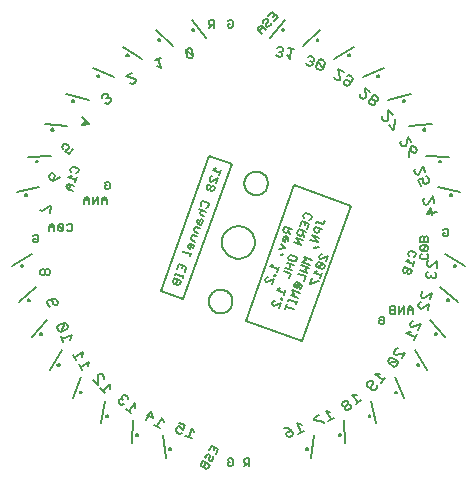
<source format=gbo>
%FSTAX23Y23*%
%MOIN*%
%SFA1B1*%

%IPPOS*%
%ADD11C,0.008000*%
%ADD12C,0.007000*%
%ADD14C,0.005000*%
%ADD15C,0.006000*%
%LNaltium_eib_128_panel-1*%
%LPD*%
G54D11*
X01259Y02122D02*
X01259Y0212D01*
X01259Y0212*
X0126Y02119*
X01261Y02118*
X01262Y02118*
X01263Y02119*
X01264Y02119*
X01265Y0212*
X01265Y02121*
Y02122*
X01265Y02123D02*
X01265Y02122D01*
X01264Y02124D02*
X01265Y02123D01*
X01263Y02125D02*
X01264Y02124D01*
X01262Y02125D02*
X01263Y02125D01*
X01261Y02125D02*
X01262Y02125D01*
X0126Y02124D02*
X01261Y02125D01*
X01259Y02124D02*
X0126Y02124D01*
X01259Y02123D02*
X01259Y02124D01*
X01259Y02122D02*
X01259Y02123D01*
X01145Y02087D02*
X01145Y02086D01*
X01146Y02085*
X01146Y02085*
X01147Y02084*
X01148Y02084*
X01149Y02084*
X0115Y02085*
X01151Y02086*
X01151Y02087*
Y02088*
X01151Y02089D02*
X01151Y02088D01*
X0115Y0209D02*
X01151Y02089D01*
X01149Y0209D02*
X0115Y0209D01*
X01148Y02091D02*
X01149Y0209D01*
X01147Y02091D02*
X01148Y02091D01*
X01146Y0209D02*
X01147Y02091D01*
X01146Y02089D02*
X01146Y0209D01*
X01145Y02089D02*
X01146Y02089D01*
X01145Y02087D02*
X01145Y02089D01*
X01039Y02036D02*
X01039Y02035D01*
X0104Y02034*
X01041Y02033*
X01042Y02033*
X01043Y02033*
X01044Y02033*
X01045Y02034*
X01045Y02034*
X01046Y02035*
Y02036*
X01045Y02038D02*
X01046Y02036D01*
X01045Y02038D02*
X01045Y02038D01*
X01044Y02039D02*
X01045Y02038D01*
X01043Y02039D02*
X01044Y02039D01*
X01042Y02039D02*
X01043Y02039D01*
X01041Y02039D02*
X01042Y02039D01*
X0104Y02038D02*
X01041Y02039D01*
X01039Y02037D02*
X0104Y02038D01*
X01039Y02036D02*
X01039Y02037D01*
X00942Y01967D02*
X00942Y01966D01*
X00943Y01965*
X00944Y01964*
X00945Y01964*
X00946Y01964*
X00947Y01964*
X00948Y01965*
X00948Y01966*
X00949Y01967*
Y01968*
X00948Y01969D02*
X00949Y01968D01*
X00948Y0197D02*
X00948Y01969D01*
X00947Y0197D02*
X00948Y0197D01*
X00946Y01971D02*
X00947Y0197D01*
X00945Y0197D02*
X00946Y01971D01*
X00944Y0197D02*
X00945Y0197D01*
X00943Y01969D02*
X00944Y0197D01*
X00942Y01968D02*
X00943Y01969D01*
X00942Y01967D02*
X00942Y01968D01*
X00858Y01884D02*
X00858Y01882D01*
X00858Y01882*
X00859Y01881*
X0086Y0188*
X00861Y0188*
X00862Y01881*
X00863Y01881*
X00864Y01882*
X00864Y01883*
Y01884*
X00864Y01885D02*
X00864Y01884D01*
X00863Y01886D02*
X00864Y01885D01*
X00862Y01887D02*
X00863Y01886D01*
X00861Y01887D02*
X00862Y01887D01*
X0086Y01887D02*
X00861Y01887D01*
X00859Y01886D02*
X0086Y01887D01*
X00858Y01886D02*
X00859Y01886D01*
X00858Y01885D02*
X00858Y01886D01*
X00858Y01884D02*
X00858Y01885D01*
X00789Y01788D02*
X00789Y01787D01*
X0079Y01786*
X0079Y01786*
X00791Y01785*
X00792Y01785*
X00793Y01785*
X00794Y01786*
X00795Y01787*
X00795Y01788*
Y01789*
X00795Y0179D02*
X00795Y01789D01*
X00794Y01791D02*
X00795Y0179D01*
X00793Y01791D02*
X00794Y01791D01*
X00792Y01792D02*
X00793Y01791D01*
X00791Y01792D02*
X00792Y01792D01*
X0079Y01791D02*
X00791Y01792D01*
X0079Y0179D02*
X0079Y01791D01*
X00789Y01789D02*
X0079Y0179D01*
X00789Y01788D02*
X00789Y01789D01*
X00736Y01682D02*
X00736Y01681D01*
X00736Y0168*
X00737Y01679*
X00738Y01679*
X00739Y01679*
X0074Y01679*
X00741Y0168*
X00742Y0168*
X00742Y01682*
Y01683*
X00742Y01684D02*
X00742Y01683D01*
X00741Y01684D02*
X00742Y01684D01*
X0074Y01685D02*
X00741Y01684D01*
X00739Y01685D02*
X0074Y01685D01*
X00738Y01685D02*
X00739Y01685D01*
X00737Y01685D02*
X00738Y01685D01*
X00736Y01684D02*
X00737Y01685D01*
X00736Y01683D02*
X00736Y01684D01*
X00736Y01682D02*
X00736Y01683D01*
X00701Y0157D02*
X00701Y01569D01*
X00702Y01568*
X00702Y01567*
X00703Y01567*
X00705Y01566*
X00706Y01567*
X00706Y01567*
X00707Y01568*
X00708Y01569*
Y0157*
X00707Y01571D02*
X00708Y0157D01*
X00706Y01572D02*
X00707Y01571D01*
X00706Y01573D02*
X00706Y01572D01*
X00705Y01573D02*
X00706Y01573D01*
X00703Y01573D02*
X00705Y01573D01*
X00702Y01573D02*
X00703Y01573D01*
X00702Y01572D02*
X00702Y01573D01*
X00701Y01571D02*
X00702Y01572D01*
X00701Y0157D02*
X00701Y01571D01*
X00688Y01334D02*
X00688Y01333D01*
X00688Y01332*
X00689Y01332*
X0069Y01331*
X00691Y01331*
X00692Y01331*
X00693Y01332*
X00694Y01333*
X00694Y01334*
Y01335*
X00694Y01336D02*
X00694Y01335D01*
X00693Y01337D02*
X00694Y01336D01*
X00692Y01337D02*
X00693Y01337D01*
X00691Y01338D02*
X00692Y01337D01*
X0069Y01338D02*
X00691Y01338D01*
X00689Y01337D02*
X0069Y01338D01*
X00688Y01336D02*
X00689Y01337D01*
X00688Y01336D02*
X00688Y01336D01*
X00688Y01334D02*
X00688Y01336D01*
X0071Y01219D02*
X0071Y01218D01*
X0071Y01217*
X00711Y01216*
X00712Y01216*
X00713Y01216*
X00714Y01216*
X00715Y01217*
X00716Y01217*
X00716Y01218*
Y01219*
X00716Y01221D02*
X00716Y01219D01*
X00715Y01221D02*
X00716Y01221D01*
X00714Y01222D02*
X00715Y01221D01*
X00713Y01222D02*
X00714Y01222D01*
X00712Y01222D02*
X00713Y01222D01*
X00711Y01222D02*
X00712Y01222D01*
X0071Y01221D02*
X00711Y01222D01*
X0071Y0122D02*
X0071Y01221D01*
X0071Y01219D02*
X0071Y0122D01*
X00751Y01107D02*
X00751Y01106D01*
X00751Y01105*
X00752Y01105*
X00753Y01104*
X00754Y01104*
X00755Y01104*
X00756Y01105*
X00757Y01106*
X00757Y01107*
Y01108*
X00757Y01109D02*
X00757Y01108D01*
X00756Y0111D02*
X00757Y01109D01*
X00755Y0111D02*
X00756Y0111D01*
X00754Y01111D02*
X00755Y0111D01*
X00753Y01111D02*
X00754Y01111D01*
X00752Y0111D02*
X00753Y01111D01*
X00751Y01109D02*
X00752Y0111D01*
X00751Y01108D02*
X00751Y01109D01*
X00751Y01107D02*
X00751Y01108D01*
X00809Y01004D02*
X00809Y01003D01*
X0081Y01002*
X00811Y01001*
X00812Y01001*
X00813Y01001*
X00814Y01001*
X00815Y01002*
X00815Y01002*
X00816Y01003*
Y01004*
X00815Y01006D02*
X00816Y01004D01*
X00815Y01006D02*
X00815Y01006D01*
X00814Y01007D02*
X00815Y01006D01*
X00813Y01007D02*
X00814Y01007D01*
X00812Y01007D02*
X00813Y01007D01*
X00811Y01007D02*
X00812Y01007D01*
X0081Y01006D02*
X00811Y01007D01*
X00809Y01005D02*
X0081Y01006D01*
X00809Y01004D02*
X00809Y01005D01*
X00883Y00912D02*
X00883Y00911D01*
X00884Y0091*
X00885Y0091*
X00886Y00909*
X00887Y00909*
X00888Y00909*
X00889Y0091*
X00889Y00911*
X0089Y00912*
Y00913*
X00889Y00914D02*
X0089Y00913D01*
X00889Y00915D02*
X00889Y00914D01*
X00888Y00915D02*
X00889Y00915D01*
X00887Y00916D02*
X00888Y00915D01*
X00886Y00916D02*
X00887Y00916D01*
X00885Y00915D02*
X00886Y00916D01*
X00884Y00914D02*
X00885Y00915D01*
X00883Y00914D02*
X00884Y00914D01*
X00883Y00912D02*
X00883Y00914D01*
X00972Y00833D02*
X00972Y00832D01*
X00972Y00831*
X00973Y00831*
X00974Y0083*
X00975Y0083*
X00976Y0083*
X00977Y00831*
X00978Y00832*
X00978Y00833*
Y00834*
X00978Y00835D02*
X00978Y00834D01*
X00977Y00836D02*
X00978Y00835D01*
X00976Y00836D02*
X00977Y00836D01*
X00975Y00837D02*
X00976Y00836D01*
X00974Y00837D02*
X00975Y00837D01*
X00973Y00836D02*
X00974Y00837D01*
X00972Y00835D02*
X00973Y00836D01*
X00972Y00834D02*
X00972Y00835D01*
X00972Y00833D02*
X00972Y00834D01*
X01071Y0077D02*
X01071Y00769D01*
X01072Y00768*
X01073Y00768*
X01074Y00767*
X01075Y00767*
X01076Y00767*
X01077Y00768*
X01077Y00769*
X01078Y0077*
Y00771*
X01077Y00772D02*
X01078Y00771D01*
X01077Y00773D02*
X01077Y00772D01*
X01076Y00773D02*
X01077Y00773D01*
X01075Y00774D02*
X01076Y00773D01*
X01074Y00774D02*
X01075Y00774D01*
X01073Y00773D02*
X01074Y00774D01*
X01072Y00772D02*
X01073Y00773D01*
X01071Y00771D02*
X01072Y00772D01*
X01071Y0077D02*
X01071Y00771D01*
X0118Y00724D02*
X01181Y00723D01*
X01181Y00722*
X01182Y00721*
X01183Y00721*
X01184Y0072*
X01185Y00721*
X01186Y00721*
X01187Y00722*
X01187Y00723*
Y00724*
X01187Y00725D02*
X01187Y00724D01*
X01186Y00726D02*
X01187Y00725D01*
X01185Y00727D02*
X01186Y00726D01*
X01184Y00727D02*
X01185Y00727D01*
X01183Y00727D02*
X01184Y00727D01*
X01182Y00727D02*
X01183Y00727D01*
X01181Y00726D02*
X01182Y00727D01*
X01181Y00725D02*
X01181Y00726D01*
X0118Y00724D02*
X01181Y00725D01*
X01637Y00724D02*
X01637Y00723D01*
X01638Y00722*
X01639Y00721*
X0164Y00721*
X01641Y0072*
X01642Y00721*
X01643Y00721*
X01643Y00722*
X01644Y00723*
Y00724*
X01643Y00725D02*
X01644Y00724D01*
X01643Y00726D02*
X01643Y00725D01*
X01642Y00727D02*
X01643Y00726D01*
X01641Y00727D02*
X01642Y00727D01*
X0164Y00727D02*
X01641Y00727D01*
X01639Y00727D02*
X0164Y00727D01*
X01638Y00726D02*
X01639Y00727D01*
X01637Y00725D02*
X01638Y00726D01*
X01637Y00724D02*
X01637Y00725D01*
X01746Y0077D02*
X01747Y00769D01*
X01747Y00768*
X01748Y00768*
X01749Y00767*
X0175Y00767*
X01751Y00767*
X01752Y00768*
X01753Y00769*
X01753Y0077*
Y00771*
X01753Y00772D02*
X01753Y00771D01*
X01752Y00773D02*
X01753Y00772D01*
X01751Y00773D02*
X01752Y00773D01*
X0175Y00774D02*
X01751Y00773D01*
X01749Y00774D02*
X0175Y00774D01*
X01748Y00773D02*
X01749Y00774D01*
X01747Y00772D02*
X01748Y00773D01*
X01747Y00771D02*
X01747Y00772D01*
X01746Y0077D02*
X01747Y00771D01*
X01846Y00833D02*
X01846Y00832D01*
X01846Y00831*
X01847Y00831*
X01848Y0083*
X01849Y0083*
X0185Y0083*
X01851Y00831*
X01852Y00832*
X01852Y00833*
Y00834*
X01852Y00835D02*
X01852Y00834D01*
X01851Y00836D02*
X01852Y00835D01*
X0185Y00836D02*
X01851Y00836D01*
X01849Y00837D02*
X0185Y00836D01*
X01848Y00837D02*
X01849Y00837D01*
X01847Y00836D02*
X01848Y00837D01*
X01846Y00835D02*
X01847Y00836D01*
X01846Y00834D02*
X01846Y00835D01*
X01846Y00833D02*
X01846Y00834D01*
X01934Y00912D02*
X01935Y00911D01*
X01935Y0091*
X01936Y0091*
X01937Y00909*
X01938Y00909*
X01939Y00909*
X0194Y0091*
X01941Y00911*
X01941Y00912*
Y00913*
X01941Y00914D02*
X01941Y00913D01*
X0194Y00915D02*
X01941Y00914D01*
X01939Y00915D02*
X0194Y00915D01*
X01938Y00916D02*
X01939Y00915D01*
X01937Y00916D02*
X01938Y00916D01*
X01936Y00915D02*
X01937Y00916D01*
X01935Y00914D02*
X01936Y00915D01*
X01935Y00914D02*
X01935Y00914D01*
X01934Y00912D02*
X01935Y00914D01*
X02008Y01004D02*
X02008Y01003D01*
X02009Y01002*
X0201Y01001*
X02011Y01001*
X02012Y01001*
X02013Y01001*
X02014Y01002*
X02014Y01002*
X02015Y01003*
Y01004*
X02014Y01006D02*
X02015Y01004D01*
X02014Y01006D02*
X02014Y01006D01*
X02013Y01007D02*
X02014Y01006D01*
X02012Y01007D02*
X02013Y01007D01*
X02011Y01007D02*
X02012Y01007D01*
X0201Y01007D02*
X02011Y01007D01*
X02009Y01006D02*
X0201Y01007D01*
X02008Y01005D02*
X02009Y01006D01*
X02008Y01004D02*
X02008Y01005D01*
X02067Y01107D02*
X02067Y01106D01*
X02068Y01105*
X02068Y01105*
X02069Y01104*
X0207Y01104*
X02071Y01104*
X02072Y01105*
X02073Y01106*
X02073Y01107*
Y01108*
X02073Y01109D02*
X02073Y01108D01*
X02072Y0111D02*
X02073Y01109D01*
X02071Y0111D02*
X02072Y0111D01*
X0207Y01111D02*
X02071Y0111D01*
X02069Y01111D02*
X0207Y01111D01*
X02068Y0111D02*
X02069Y01111D01*
X02068Y01109D02*
X02068Y0111D01*
X02067Y01108D02*
X02068Y01109D01*
X02067Y01107D02*
X02067Y01108D01*
X02108Y01219D02*
X02108Y01218D01*
X02108Y01217*
X02109Y01216*
X0211Y01216*
X02111Y01216*
X02112Y01216*
X02113Y01217*
X02114Y01217*
X02114Y01218*
Y01219*
X02114Y01221D02*
X02114Y01219D01*
X02113Y01221D02*
X02114Y01221D01*
X02112Y01222D02*
X02113Y01221D01*
X02111Y01222D02*
X02112Y01222D01*
X0211Y01222D02*
X02111Y01222D01*
X02109Y01222D02*
X0211Y01222D01*
X02108Y01221D02*
X02109Y01222D01*
X02108Y0122D02*
X02108Y01221D01*
X02108Y01219D02*
X02108Y0122D01*
X0213Y01334D02*
X0213Y01333D01*
X0213Y01332*
X02131Y01332*
X02132Y01331*
X02133Y01331*
X02134Y01331*
X02135Y01332*
X02136Y01333*
X02136Y01334*
Y01335*
X02136Y01336D02*
X02136Y01335D01*
X02135Y01337D02*
X02136Y01336D01*
X02134Y01337D02*
X02135Y01337D01*
X02133Y01338D02*
X02134Y01337D01*
X02132Y01338D02*
X02133Y01338D01*
X02131Y01337D02*
X02132Y01338D01*
X0213Y01336D02*
X02131Y01337D01*
X0213Y01336D02*
X0213Y01336D01*
X0213Y01334D02*
X0213Y01336D01*
X02117Y0157D02*
X02117Y01569D01*
X02117Y01568*
X02118Y01567*
X02119Y01567*
X0212Y01566*
X02121Y01567*
X02122Y01567*
X02123Y01568*
X02123Y01569*
Y0157*
X02123Y01571D02*
X02123Y0157D01*
X02122Y01572D02*
X02123Y01571D01*
X02121Y01573D02*
X02122Y01572D01*
X0212Y01573D02*
X02121Y01573D01*
X02119Y01573D02*
X0212Y01573D01*
X02118Y01573D02*
X02119Y01573D01*
X02117Y01572D02*
X02118Y01573D01*
X02117Y01571D02*
X02117Y01572D01*
X02117Y0157D02*
X02117Y01571D01*
X02082Y01682D02*
X02082Y01681D01*
X02082Y0168*
X02083Y01679*
X02084Y01679*
X02085Y01679*
X02086Y01679*
X02087Y0168*
X02088Y0168*
X02088Y01682*
Y01683*
X02088Y01684D02*
X02088Y01683D01*
X02087Y01684D02*
X02088Y01684D01*
X02086Y01685D02*
X02087Y01684D01*
X02085Y01685D02*
X02086Y01685D01*
X02084Y01685D02*
X02085Y01685D01*
X02083Y01685D02*
X02084Y01685D01*
X02082Y01684D02*
X02083Y01685D01*
X02082Y01683D02*
X02082Y01684D01*
X02082Y01682D02*
X02082Y01683D01*
X02029Y01788D02*
X02029Y01787D01*
X02029Y01786*
X0203Y01786*
X02031Y01785*
X02032Y01785*
X02033Y01785*
X02034Y01786*
X02035Y01787*
X02035Y01788*
Y01789*
X02035Y0179D02*
X02035Y01789D01*
X02034Y01791D02*
X02035Y0179D01*
X02033Y01791D02*
X02034Y01791D01*
X02032Y01792D02*
X02033Y01791D01*
X02031Y01792D02*
X02032Y01792D01*
X0203Y01791D02*
X02031Y01792D01*
X02029Y0179D02*
X0203Y01791D01*
X02029Y01789D02*
X02029Y0179D01*
X02029Y01788D02*
X02029Y01789D01*
X0196Y01884D02*
X0196Y01882D01*
X0196Y01882*
X01961Y01881*
X01962Y0188*
X01963Y0188*
X01964Y01881*
X01965Y01881*
X01966Y01882*
X01966Y01883*
Y01884*
X01966Y01885D02*
X01966Y01884D01*
X01965Y01886D02*
X01966Y01885D01*
X01964Y01887D02*
X01965Y01886D01*
X01963Y01887D02*
X01964Y01887D01*
X01962Y01887D02*
X01963Y01887D01*
X01961Y01886D02*
X01962Y01887D01*
X0196Y01886D02*
X01961Y01886D01*
X0196Y01885D02*
X0196Y01886D01*
X0196Y01884D02*
X0196Y01885D01*
X01875Y01967D02*
X01875Y01966D01*
X01876Y01965*
X01877Y01964*
X01878Y01964*
X01879Y01964*
X0188Y01964*
X01881Y01965*
X01881Y01966*
X01882Y01967*
Y01968*
X01881Y01969D02*
X01882Y01968D01*
X01881Y0197D02*
X01881Y01969D01*
X0188Y0197D02*
X01881Y0197D01*
X01879Y01971D02*
X0188Y0197D01*
X01878Y0197D02*
X01879Y01971D01*
X01877Y0197D02*
X01878Y0197D01*
X01876Y01969D02*
X01877Y0197D01*
X01875Y01968D02*
X01876Y01969D01*
X01875Y01967D02*
X01875Y01968D01*
X01778Y02036D02*
X01779Y02035D01*
X01779Y02034*
X0178Y02033*
X01781Y02033*
X01782Y02033*
X01783Y02033*
X01784Y02034*
X01785Y02034*
X01785Y02035*
Y02036*
X01785Y02038D02*
X01785Y02036D01*
X01784Y02038D02*
X01785Y02038D01*
X01783Y02039D02*
X01784Y02038D01*
X01782Y02039D02*
X01783Y02039D01*
X01781Y02039D02*
X01782Y02039D01*
X0178Y02039D02*
X01781Y02039D01*
X01779Y02038D02*
X0178Y02039D01*
X01779Y02037D02*
X01779Y02038D01*
X01778Y02036D02*
X01779Y02037D01*
X01673Y02087D02*
X01673Y02086D01*
X01673Y02085*
X01674Y02085*
X01675Y02084*
X01676Y02084*
X01677Y02084*
X01678Y02085*
X01679Y02086*
X01679Y02087*
Y02088*
X01679Y02089D02*
X01679Y02088D01*
X01678Y0209D02*
X01679Y02089D01*
X01677Y0209D02*
X01678Y0209D01*
X01676Y02091D02*
X01677Y0209D01*
X01675Y02091D02*
X01676Y02091D01*
X01674Y0209D02*
X01675Y02091D01*
X01673Y02089D02*
X01674Y0209D01*
X01673Y02089D02*
X01673Y02089D01*
X01673Y02087D02*
X01673Y02089D01*
X01559Y02122D02*
X01559Y0212D01*
X0156Y0212*
X0156Y02119*
X01561Y02118*
X01562Y02118*
X01563Y02119*
X01564Y02119*
X01565Y0212*
X01565Y02121*
Y02122*
X01565Y02123D02*
X01565Y02122D01*
X01564Y02124D02*
X01565Y02123D01*
X01563Y02125D02*
X01564Y02124D01*
X01562Y02125D02*
X01563Y02125D01*
X01561Y02125D02*
X01562Y02125D01*
X0156Y02124D02*
X01561Y02125D01*
X0156Y02124D02*
X0156Y02124D01*
X01559Y02123D02*
X0156Y02124D01*
X01559Y02122D02*
X01559Y02123D01*
G54D12*
X02042Y01506D02*
X02074Y01514D01*
X02042Y01506D02*
X02053Y01526D01*
X02059Y01505*
X0206Y01566D02*
X02065Y01544D01*
X02044Y01539D02*
X0206Y01566D01*
X02039Y01537D02*
X02044Y01539D01*
X02032Y01541D02*
X02039Y01537D01*
X02029Y01552D02*
X02032Y01541D01*
X02029Y01552D02*
X02033Y01559D01*
X02012Y01621D02*
X02021Y01601D01*
X02012Y01621D02*
X02027Y01628D01*
X02026Y01616D02*
X02027Y01628D01*
X02026Y01616D02*
X02028Y01611D01*
X02036Y01608*
X02046Y01613*
X02048Y0162*
X02044Y0163D02*
X02048Y0162D01*
X02037Y01633D02*
X02044Y0163D01*
X02026Y01668D02*
X02035Y01648D01*
X02015Y01639D02*
X02026Y01668D01*
X0201Y01637D02*
X02015Y01639D01*
X02003Y0164D02*
X0201Y01637D01*
X01999Y0165D02*
X02003Y0164D01*
X01999Y0165D02*
X02001Y01657D01*
X0198Y0171D02*
X01982Y01698D01*
X0198Y0171D02*
X01983Y01725D01*
X01992Y01732*
X01983Y01725D02*
X01992Y01712D01*
X02Y0171*
X02004Y01713*
X02006Y01721*
X02Y0173D02*
X02006Y01721D01*
X01992Y01732D02*
X02Y0173D01*
X01976Y01765D02*
X01989Y01747D01*
X0197Y01735D02*
X01976Y01765D01*
X01966Y01732D02*
X0197Y01735D01*
X01958Y01733D02*
X01966Y01732D01*
X01952Y01742D02*
X01958Y01733D01*
X01952Y01742D02*
X01953Y0175D01*
X01913Y01802D02*
X01928Y01786D01*
X01932Y0179*
X01933Y01821*
X01937Y01825*
X01912Y01852D02*
X01927Y01836D01*
X01891Y01825D02*
X01892Y01833D01*
X01891Y01825D02*
X01899Y01817D01*
X01907Y01817*
X01911Y01821*
X01912Y01852*
X01866Y01882D02*
X01867Y01874D01*
X01863Y0187D02*
X01867Y01874D01*
X01856Y01869D02*
X01863Y0187D01*
X01847Y01876D02*
X01856Y01869D01*
X01846Y01883D02*
X01847Y01876D01*
X01846Y01883D02*
X01849Y01888D01*
X01857Y01889*
X01859Y01901D02*
X01867Y01902D01*
X01876Y01895*
X01877Y01887*
X01873Y01883D02*
X01877Y01887D01*
X01866Y01882D02*
X01873Y01883D01*
X01857Y01889D02*
X01866Y01882D01*
X01856Y01896D02*
X01857Y01889D01*
X01856Y01896D02*
X01859Y01901D01*
X01833Y01928D02*
X01851Y01914D01*
X01816Y01906D02*
X01818Y01898D01*
X01826Y01891*
X01834Y01892*
X01837Y01897*
X01833Y01928D02*
X01837Y01897D01*
X01773Y01955D02*
X01788Y01947D01*
X01766Y01953D02*
X01773Y01955D01*
X01763Y01948D02*
X01766Y01953D01*
X01763Y01948D02*
X01765Y0194D01*
X01775Y01935*
X01782Y01937*
X01793Y01957*
X0179Y01964D02*
X01793Y01957D01*
X01781Y01969D02*
X0179Y01964D01*
X01773Y01967D02*
X01781Y01969D01*
X01743Y01989D02*
X01763Y01979D01*
X01743Y01989D02*
X01752Y0196D01*
X0175Y01955D02*
X01752Y0196D01*
X01742Y01952D02*
X0175Y01955D01*
X01733Y01958D02*
X01742Y01952D01*
X0173Y01965D02*
X01733Y01958D01*
X01686Y01987D02*
X01693Y0199D01*
X01675Y0199D02*
X01686Y01987D01*
X01672Y01997D02*
X01675Y0199D01*
X01679Y02018D02*
X01686Y02022D01*
X01696Y02018*
X017Y02011*
X01693Y0199D02*
X017Y02011D01*
X01679Y02018D02*
X01693Y0199D01*
X01672Y01997D02*
X01679Y02018D01*
X01637Y02009D02*
X0164Y02002D01*
X01651Y01999*
X01658Y02002*
X0166Y02007*
X01656Y02014D02*
X0166Y02007D01*
X01651Y02016D02*
X01656Y02014D01*
X01663Y02018*
X01665Y02023*
X01661Y0203D02*
X01665Y02023D01*
X01651Y02034D02*
X01661Y0203D01*
X01644Y0203D02*
X01651Y02034D01*
X01577Y02059D02*
X01599Y02056D01*
X01583Y02025D02*
X01588Y02057D01*
X01574Y02037D02*
X01583Y02025D01*
X01549Y02047D02*
X01554Y02046D01*
X0154Y0206D02*
X01546Y02064D01*
X01557Y02062*
X01562Y02056*
X01561Y02051D02*
X01562Y02056D01*
X01554Y02046D02*
X01561Y02051D01*
X01554Y02046D02*
X01559Y0204D01*
X01558Y02034D02*
X01559Y0204D01*
X01552Y0203D02*
X01558Y02034D01*
X01541Y02032D02*
X01552Y0203D01*
X01536Y02038D02*
X01541Y02032D01*
X01237Y02052D02*
X0124Y0203D01*
X01258Y02055D02*
X01262Y02034D01*
X01252Y0206D02*
X01258Y02055D01*
X01241Y02058D02*
X01252Y0206D01*
X01237Y02052D02*
X01241Y02058D01*
X01237Y02052D02*
X01262Y02034D01*
X01257Y02027D02*
X01262Y02034D01*
X01246Y02026D02*
X01257Y02027D01*
X0124Y0203D02*
X01246Y02026D01*
X01133Y0202D02*
X01154Y02027D01*
X01143Y02023D02*
X01154Y01992D01*
X0114Y01999D02*
X01154Y01992D01*
X01038Y01967D02*
X01058Y01977D01*
X01038Y01967D02*
X01068Y01958D01*
X01071Y01953*
X01068Y01945D02*
X01071Y01953D01*
X01059Y0194D02*
X01068Y01945D01*
X01051Y01942D02*
X01059Y0194D01*
X00971Y01892D02*
X00976Y01895D01*
X00956Y01894D02*
X00957Y01902D01*
X00966Y01908*
X00973Y01907*
X00977Y01903*
X00976Y01895D02*
X00977Y01903D01*
X00976Y01895D02*
X00983Y01894D01*
X00987Y0189*
X00986Y01882D02*
X00987Y0189D01*
X00977Y01875D02*
X00986Y01882D01*
X00969Y01876D02*
X00977Y01875D01*
X00891Y01829D02*
X00915Y01806D01*
X00891Y01805D02*
X00915Y01806D01*
X00891Y01805D02*
X00906Y01821D01*
X00848Y01707D02*
X00861Y01725D01*
X00824Y0173D02*
X00826Y01722D01*
X00824Y0173D02*
X0083Y01739D01*
X00838Y0174*
X00847Y01734*
X00848Y01727*
X00845Y01722D02*
X00848Y01727D01*
X00835Y01716D02*
X00845Y01722D01*
X00835Y01716D02*
X00848Y01707D01*
X00807Y01623D02*
X00817Y01631D01*
X00793Y01618D02*
X00807Y01623D01*
X00783Y01622D02*
X00793Y01618D01*
X0078Y01629D02*
X00783Y01622D01*
X0078Y01629D02*
X00785Y0164D01*
X00792Y01642*
X00797Y0164*
X008Y01633*
X00793Y01618D02*
X008Y01633D01*
X00752Y01519D02*
X00757Y01518D01*
X00784Y01533*
X00789Y01532*
X00784Y01511D02*
X00789Y01532D01*
X00762Y01324D02*
X00768Y01319D01*
X00756Y01324D02*
X00762Y01324D01*
X00751Y01318D02*
X00756Y01324D01*
X00751Y01318D02*
X00752Y01307D01*
X00758Y01302*
X00763Y01302*
X00768Y01308*
X00774Y01303*
X00768Y01319D02*
X00768Y01308D01*
X00768Y01319D02*
X00773Y01325D01*
X00778Y01325*
X00784Y0132*
X00785Y01309*
X0078Y01304D02*
X00785Y01309D01*
X00774Y01303D02*
X0078Y01304D01*
X00775Y01213D02*
X00779Y01219D01*
X00775Y01213D02*
X00778Y01202D01*
X00784Y01198*
X00806Y01203D02*
X0081Y01209D01*
X00807Y0122D02*
X0081Y01209D01*
X00801Y01224D02*
X00807Y0122D01*
X00779Y01219D02*
X00801Y01224D01*
X0079Y01222D02*
X00794Y01206D01*
X008Y01202*
X00806Y01203*
X00833Y01144D02*
X0084Y01141D01*
X00844Y01131*
X00841Y01124D02*
X00844Y01131D01*
X00821Y01115D02*
X00841Y01124D01*
X00813Y01118D02*
X00821Y01115D01*
X00809Y01128D02*
X00813Y01118D01*
X00809Y01128D02*
X00812Y01136D01*
X00833Y01144*
X00821Y01115D02*
X00833Y01144D01*
X00821Y01099D02*
X00829Y01079D01*
X00825Y01089D02*
X00856Y01102D01*
X0085Y01087D02*
X00856Y01102D01*
X00891Y01031D02*
X00895Y01046D01*
X00867Y01029D02*
X00895Y01046D01*
X00861Y01038D02*
X00872Y0102D01*
X0088Y01007D02*
X00892Y00988D01*
X00886Y00998D02*
X00914Y01015D01*
X0091Y01D02*
X00914Y01015D01*
X00928Y00954D02*
X00943Y00938D01*
X00964Y00956D02*
X00964Y00963D01*
X00957Y00972D02*
X00964Y00963D01*
X00949Y00972D02*
X00957Y00972D01*
X00945Y00969D02*
X00949Y00972D01*
X00943Y00938D02*
X00945Y00969D01*
X00952Y00926D02*
X00967Y0091D01*
X0096Y00918D02*
X00985Y0094D01*
X00984Y00924D02*
X00985Y0094D01*
X01043Y00896D02*
X01044Y00889D01*
X01035Y00903D02*
X01043Y00896D01*
X01027Y00903D02*
X01035Y00903D01*
X01024Y00898D02*
X01027Y00903D01*
X01024Y00898D02*
X01024Y00891D01*
X01029Y00887*
X01017Y0089D02*
X01024Y00891D01*
X01013Y00886D02*
X01017Y0089D01*
X01013Y00886D02*
X01014Y00878D01*
X01022Y00871*
X0103Y00872*
X01038Y00858D02*
X01055Y00844D01*
X01046Y00851D02*
X01068Y00876D01*
X01069Y00861*
X01105Y00821D02*
X01122Y00849D01*
X01128Y00827*
X01109Y00838D02*
X01128Y00827D01*
X01132Y00805D02*
X01151Y00794D01*
X01142Y00799D02*
X01159Y00828D01*
X01163Y00813*
X01213Y00811D02*
X01233Y00803D01*
X01227Y00788D02*
X01233Y00803D01*
X01219Y00797D02*
X01227Y00788D01*
X01214Y00799D02*
X01219Y00797D01*
X01207Y00796D02*
X01214Y00799D01*
X01203Y00786D02*
X01207Y00796D01*
X01203Y00786D02*
X01206Y00778D01*
X01216Y00775*
X01224Y00778*
X01235Y00767D02*
X01256Y00759D01*
X01246Y00763D02*
X01257Y00794D01*
X01264Y0078*
X01564Y00793D02*
X01576Y00792D01*
X0159Y00785*
X01594Y00775*
X01575Y0078D02*
X0159Y00785D01*
X01572Y00772D02*
X01575Y0078D01*
X01572Y00772D02*
X01573Y00767D01*
X01581Y00764*
X01591Y00768*
X01594Y00775*
X0161Y00775D02*
X0163Y00783D01*
X01608Y0081D02*
X0162Y00779D01*
X01608Y0081D02*
X01623Y00804D01*
X01663Y00826D02*
X01682Y00837D01*
X01663Y00826D02*
X01665Y00821D01*
X01696Y00813*
X01698Y00809*
X01711Y00816D02*
X0173Y00827D01*
X01704Y0085D02*
X01721Y00822D01*
X01704Y0085D02*
X01719Y00846D01*
X01761Y00866D02*
X01769Y00865D01*
X01758Y0087D02*
X01761Y00866D01*
X01758Y0087D02*
X01758Y00878D01*
X01767Y00885*
X01775Y00884*
X01778Y0088*
X01777Y00872D02*
X01778Y0088D01*
X01788Y00859D02*
X01789Y00867D01*
X01779Y00852D02*
X01788Y00859D01*
X01772Y00853D02*
X01779Y00852D01*
X01768Y00857D02*
X01772Y00853D01*
X01768Y00857D02*
X01769Y00865D01*
X01777Y00872*
X01785Y00871*
X01789Y00867*
X01804Y00872D02*
X0182Y00886D01*
X01791Y00905D02*
X01812Y00879D01*
X01791Y00905D02*
X01806Y00903D01*
X0185Y00927D02*
X01861Y00939D01*
X0186Y00947D02*
X01861Y00939D01*
X01856Y0095D02*
X0186Y00947D01*
X01848Y0095D02*
X01856Y0095D01*
X01841Y00942D02*
X01848Y0095D01*
X01841Y00942D02*
X01841Y00934D01*
X01858Y00919*
X01866Y0092*
X01873Y00928*
X01873Y00936D02*
X01873Y00928D01*
X01886Y00944D02*
X01901Y0096D01*
X01869Y00974D02*
X01894Y00952D01*
X01869Y00974D02*
X01884Y00975D01*
X01911Y01017D02*
X01913Y01009D01*
X01911Y01017D02*
X01917Y01026D01*
X01925Y01028*
X01943Y01017*
X01945Y01009*
X01939Y01D02*
X01945Y01009D01*
X01932Y00998D02*
X01939Y01D01*
X01913Y01009D02*
X01932Y00998D01*
X01913Y01009D02*
X01943Y01017D01*
X01956Y01026D02*
X01967Y01045D01*
X01937Y01038D02*
X01967Y01045D01*
X01932Y01041D02*
X01937Y01038D01*
X01931Y01048D02*
X01932Y01041D01*
X01931Y01048D02*
X01936Y01058D01*
X01944Y0106*
X01971Y01109D02*
X01986Y01115D01*
X01971Y01109D02*
X02002Y01096D01*
X01998Y01086D02*
X02006Y01107D01*
X02012Y0112D02*
X0202Y01141D01*
X01987Y01148D02*
X01994Y01151D01*
X01983Y01138D02*
X01987Y01148D01*
X01983Y01138D02*
X01986Y01131D01*
X01991Y01129*
X0202Y01141*
X02043Y01186D02*
X02048Y01208D01*
X02014Y0121D02*
X02021Y01214D01*
X02012Y01199D02*
X02014Y0121D01*
X02012Y01199D02*
X02016Y01192D01*
X02022Y01191*
X02048Y01208*
X02051Y01222D02*
X02056Y01244D01*
X0203Y01227D02*
X02056Y01244D01*
X02024Y01228D02*
X0203Y01227D01*
X0202Y01235D02*
X02024Y01228D01*
X0202Y01235D02*
X02023Y01246D01*
X02029Y0125*
X02039Y0131D02*
X02045Y01315D01*
X02039Y01299D02*
X02039Y0131D01*
X02039Y01299D02*
X02044Y01293D01*
X02049Y01293*
X02055Y01298*
X02055Y01303*
X02055Y01298D02*
X0206Y01292D01*
X02066Y01292*
X02072Y01297*
X02072Y01308*
X02067Y01314D02*
X02072Y01308D01*
X02073Y01328D02*
X02075Y0135D01*
X02041Y01347D02*
X02047Y01352D01*
X02041Y01336D02*
X02041Y01347D01*
X02041Y01336D02*
X02046Y0133D01*
X02051Y01329*
X02075Y0135*
G54D14*
X01432Y01609D02*
X01432Y01605D01*
X01433Y01601*
X01434Y01597*
X01435Y01594*
X01437Y0159*
X01439Y01587*
X01441Y01584*
X01444Y01581*
X01447Y01578*
X0145Y01576*
X01453Y01574*
X01457Y01572*
X0146Y01571*
X01464Y0157*
X01468Y0157*
X01472Y01569*
X01476Y0157*
X0148Y0157*
X01484Y01572*
X01487Y01573*
X01491Y01575*
X01494Y01577*
X01497Y01579*
X015Y01582*
X01503Y01585*
X01505Y01588*
X01507Y01592*
X01508Y01595*
X01509Y01599*
X0151Y01603*
X01511Y01607*
Y01611*
X0151Y01615D02*
X01511Y01611D01*
X01509Y01619D02*
X0151Y01615D01*
X01508Y01622D02*
X01509Y01619D01*
X01507Y01626D02*
X01508Y01622D01*
X01505Y01629D02*
X01507Y01626D01*
X01503Y01633D02*
X01505Y01629D01*
X015Y01636D02*
X01503Y01633D01*
X01497Y01638D02*
X015Y01636D01*
X01494Y01641D02*
X01497Y01638D01*
X01491Y01643D02*
X01494Y01641D01*
X01487Y01645D02*
X01491Y01643D01*
X01484Y01646D02*
X01487Y01645D01*
X0148Y01647D02*
X01484Y01646D01*
X01476Y01648D02*
X0148Y01647D01*
X01472Y01648D02*
X01476Y01648D01*
X01468Y01648D02*
X01472Y01648D01*
X01464Y01648D02*
X01468Y01648D01*
X0146Y01647D02*
X01464Y01648D01*
X01457Y01646D02*
X0146Y01647D01*
X01453Y01644D02*
X01457Y01646D01*
X0145Y01642D02*
X01453Y01644D01*
X01447Y0164D02*
X0145Y01642D01*
X01444Y01637D02*
X01447Y0164D01*
X01441Y01634D02*
X01444Y01637D01*
X01439Y01631D02*
X01441Y01634D01*
X01437Y01628D02*
X01439Y01631D01*
X01435Y01624D02*
X01437Y01628D01*
X01434Y0162D02*
X01435Y01624D01*
X01433Y01617D02*
X01434Y0162D01*
X01432Y01613D02*
X01433Y01617D01*
X01432Y01609D02*
X01432Y01613D01*
X01358Y01412D02*
X01358Y01407D01*
X01358Y01403*
X01359Y01398*
X01361Y01394*
X01362Y0139*
X01365Y01386*
X01367Y01382*
X0137Y01378*
X01373Y01374*
X01376Y01371*
X0138Y01368*
X01384Y01366*
X01388Y01363*
X01392Y01362*
X01396Y0136*
X01401Y01359*
X01405Y01358*
X0141Y01358*
X01414*
X01419Y01358*
X01424Y01359*
X01428Y0136*
X01432Y01362*
X01437Y01363*
X01441Y01366*
X01444Y01368*
X01448Y01371*
X01451Y01374*
X01454Y01378*
X01457Y01382*
X0146Y01386*
X01462Y0139*
X01463Y01394*
X01465Y01398*
X01466Y01403*
X01466Y01407*
X01466Y01412*
X01466Y01417D02*
X01466Y01412D01*
X01466Y01421D02*
X01466Y01417D01*
X01465Y01426D02*
X01466Y01421D01*
X01463Y0143D02*
X01465Y01426D01*
X01462Y01434D02*
X01463Y0143D01*
X0146Y01439D02*
X01462Y01434D01*
X01457Y01443D02*
X0146Y01439D01*
X01454Y01446D02*
X01457Y01443D01*
X01451Y0145D02*
X01454Y01446D01*
X01448Y01453D02*
X01451Y0145D01*
X01444Y01456D02*
X01448Y01453D01*
X01441Y01458D02*
X01444Y01456D01*
X01437Y01461D02*
X01441Y01458D01*
X01432Y01463D02*
X01437Y01461D01*
X01428Y01464D02*
X01432Y01463D01*
X01424Y01465D02*
X01428Y01464D01*
X01419Y01466D02*
X01424Y01465D01*
X01414Y01466D02*
X01419Y01466D01*
X0141Y01466D02*
X01414D01*
X01405Y01466D02*
X0141Y01466D01*
X01401Y01465D02*
X01405Y01466D01*
X01396Y01464D02*
X01401Y01465D01*
X01392Y01463D02*
X01396Y01464D01*
X01388Y01461D02*
X01392Y01463D01*
X01384Y01458D02*
X01388Y01461D01*
X0138Y01456D02*
X01384Y01458D01*
X01376Y01453D02*
X0138Y01456D01*
X01373Y0145D02*
X01376Y01453D01*
X0137Y01446D02*
X01373Y0145D01*
X01367Y01443D02*
X0137Y01446D01*
X01365Y01439D02*
X01367Y01443D01*
X01362Y01434D02*
X01365Y01439D01*
X01361Y0143D02*
X01362Y01434D01*
X01359Y01426D02*
X01361Y0143D01*
X01358Y01421D02*
X01359Y01426D01*
X01358Y01417D02*
X01358Y01421D01*
X01358Y01412D02*
X01358Y01417D01*
X01314Y01215D02*
X01314Y01211D01*
X01314Y01207*
X01315Y01204*
X01317Y012*
X01318Y01196*
X0132Y01193*
X01323Y0119*
X01325Y01187*
X01328Y01184*
X01332Y01182*
X01335Y0118*
X01339Y01178*
X01342Y01177*
X01346Y01176*
X0135Y01176*
X01354Y01176*
X01358Y01176*
X01362Y01177*
X01365Y01178*
X01369Y01179*
X01373Y01181*
X01376Y01183*
X01379Y01186*
X01382Y01188*
X01384Y01191*
X01387Y01195*
X01388Y01198*
X0139Y01202*
X01391Y01205*
X01392Y01209*
X01392Y01213*
Y01217*
X01392Y01221D02*
X01392Y01217D01*
X01391Y01225D02*
X01392Y01221D01*
X0139Y01229D02*
X01391Y01225D01*
X01388Y01232D02*
X0139Y01229D01*
X01387Y01236D02*
X01388Y01232D01*
X01384Y01239D02*
X01387Y01236D01*
X01382Y01242D02*
X01384Y01239D01*
X01379Y01245D02*
X01382Y01242D01*
X01376Y01247D02*
X01379Y01245D01*
X01373Y01249D02*
X01376Y01247D01*
X01369Y01251D02*
X01373Y01249D01*
X01365Y01252D02*
X01369Y01251D01*
X01362Y01254D02*
X01365Y01252D01*
X01358Y01254D02*
X01362Y01254D01*
X01354Y01255D02*
X01358Y01254D01*
X0135Y01254D02*
X01354Y01255D01*
X01346Y01254D02*
X0135Y01254D01*
X01342Y01253D02*
X01346Y01254D01*
X01339Y01252D02*
X01342Y01253D01*
X01335Y0125D02*
X01339Y01252D01*
X01332Y01248D02*
X01335Y0125D01*
X01328Y01246D02*
X01332Y01248D01*
X01325Y01243D02*
X01328Y01246D01*
X01323Y0124D02*
X01325Y01243D01*
X0132Y01237D02*
X01323Y0124D01*
X01318Y01234D02*
X0132Y01237D01*
X01317Y0123D02*
X01318Y01234D01*
X01315Y01227D02*
X01317Y0123D01*
X01314Y01223D02*
X01315Y01227D01*
X01314Y01219D02*
X01314Y01223D01*
X01314Y01215D02*
X01314Y01219D01*
X0164Y00722D02*
X01641Y00727D01*
X01653Y00694D02*
X01663Y0077D01*
X01749Y00768D02*
Y00774D01*
X01764Y0082D02*
X01768Y00743D01*
X01848Y00837D02*
X01849Y00831D01*
X01855Y00884D02*
X01871Y00809D01*
X01936Y00916D02*
X01938Y0091D01*
X01935Y00964D02*
X01963Y00892D01*
X02009Y01007D02*
X02012Y01002D01*
X02001Y01054D02*
X0204Y00988D01*
X02068Y0111D02*
X02071Y01105D01*
X02051Y01155D02*
X02101Y01096D01*
X02108Y01221D02*
X02112Y01217D01*
X02085Y01263D02*
X02143Y01213D01*
X0213Y01336D02*
X02135Y01333D01*
X021Y01374D02*
X02166Y01334D01*
X02116Y0157D02*
X02122Y01569D01*
X02076Y01597D02*
X02151Y0158D01*
X02081Y01682D02*
X02087Y01681D01*
X02037Y01701D02*
X02114Y01697D01*
X02028Y01788D02*
X02034Y01788D01*
X01982Y018D02*
X02058Y01808D01*
X0196Y01882D02*
X01965Y01884D01*
X01912Y01887D02*
X01986Y01907D01*
X01875Y01965D02*
X01881Y01968D01*
X01827Y01962D02*
X01897Y01994D01*
X01779Y02034D02*
X01784Y02037D01*
X01732Y02022D02*
X01796Y02065D01*
X01674Y02085D02*
X01678Y02089D01*
X01629Y02066D02*
X01685Y02119D01*
X0156Y02118D02*
X01564Y02123D01*
X01519Y02093D02*
X01566Y02154D01*
X01258D02*
X01305Y02093D01*
X0126Y02123D02*
X01264Y02118D01*
X01139Y02119D02*
X01195Y02066D01*
X01146Y02089D02*
X01151Y02085D01*
X01028Y02065D02*
X01092Y02022D01*
X0104Y02037D02*
X01045Y02034D01*
X00927Y01994D02*
X00997Y01962D01*
X00943Y01968D02*
X00949Y01965D01*
X00838Y01907D02*
X00913Y01887D01*
X00859Y01884D02*
X00865Y01882D01*
X00766Y01808D02*
X00842Y018D01*
X0079Y01788D02*
X00796Y01788D01*
X0071Y01697D02*
X00787Y01701D01*
X00737Y01681D02*
X00743Y01682D01*
X00673Y0158D02*
X00748Y01597D01*
X00702Y01569D02*
X00708Y0157D01*
X00658Y01334D02*
X00724Y01374D01*
X0069Y01333D02*
X00694Y01336D01*
X00681Y01213D02*
X00739Y01263D01*
X00712Y01217D02*
X00716Y01221D01*
X00723Y01096D02*
X00773Y01155D01*
X00753Y01105D02*
X00757Y0111D01*
X00784Y00988D02*
X00823Y01054D01*
X00812Y01002D02*
X00815Y01007D01*
X00861Y00892D02*
X00889Y00964D01*
X00886Y0091D02*
X00888Y00916D01*
X01184Y00727D02*
X01185Y00722D01*
X01161Y0077D02*
X01171Y00694D01*
X01075Y00774D02*
X01075Y00768D01*
X01057Y00743D02*
X0106Y0082D01*
X00975Y00831D02*
X00976Y00837D01*
X00953Y00809D02*
X00969Y00884D01*
G54D15*
X01315Y02127D02*
X01324Y02136D01*
X01332Y02127D02*
Y02153D01*
X01319Y02136D02*
X01332D01*
X01315Y0214D02*
X01319Y02136D01*
X01315Y0214D02*
Y02149D01*
X01319Y02153*
X01332*
X01376Y02149D02*
X0138Y02153D01*
X01389*
X01393Y02149*
X01376Y0214D02*
X01385D01*
X01376Y02132D02*
Y0214D01*
Y02132D02*
X0138Y02127D01*
X01389*
X01393Y02132*
Y02149*
X01528Y02165D02*
X01534Y02171D01*
X01524Y0218D02*
X01543Y02162D01*
X01512Y02168D02*
X01524Y0218D01*
X0149Y02132D02*
X01503Y0212D01*
X01481Y02116D02*
X01493Y02129D01*
X01478Y02119D02*
X01491Y02107D01*
X01478Y02131D02*
X01478Y02119D01*
X01478Y02131D02*
X0149Y02132D01*
X01495Y0215D02*
X01495Y02143D01*
X01495Y0215D02*
X01501Y02156D01*
X01507Y02156*
X0151Y02153*
X0151Y02147*
X01505Y02141D02*
X0151Y02147D01*
X01505Y02141D02*
X01505Y02134D01*
X01508Y02131*
X01514Y02132*
X0152Y02138*
X0152Y02144D02*
X0152Y02138D01*
X01531Y0215D02*
X01543Y02162D01*
X02111Y01436D02*
Y01454D01*
X02106Y01458D02*
X02111Y01454D01*
X02098Y01458D02*
X02106D01*
X02093Y01454D02*
X02098Y01458D01*
X02093Y01436D02*
X02098Y01432D01*
X02106*
X02111Y01436*
X02093Y01445D02*
X02102D01*
X02093Y01436D02*
Y01445D01*
X02019Y0136D02*
X02023Y01356D01*
X02041*
X02045Y0136*
Y01369*
X02041Y01373D02*
X02045Y01369D01*
X02019Y01415D02*
X02045D01*
X02028Y01432D02*
X02032Y01428D01*
X02023Y01432D02*
X02028D01*
X02019Y01428D02*
X02023Y01432D01*
X02019Y01415D02*
Y01428D01*
X02032Y01415D02*
Y01428D01*
X02036Y01432*
X02041*
X02045Y01428*
Y01415D02*
Y01428D01*
X02041Y01403D02*
X02045Y01398D01*
Y0139D02*
Y01398D01*
X02041Y01385D02*
X02045Y0139D01*
X02023Y01385D02*
X02041D01*
X02019Y0139D02*
X02023Y01385D01*
X02019Y0139D02*
Y01398D01*
X02023Y01403*
X02041*
X02023Y01385D02*
X02041Y01403D01*
X02019Y01369D02*
X02023Y01373D01*
X02019Y0136D02*
Y01369D01*
X01997Y01363D02*
X02002Y01366D01*
X02005Y01374*
X02002Y01379D02*
X02005Y01374D01*
X01985Y01384D02*
X02002Y01379D01*
X0198Y01381D02*
X01985Y01384D01*
X01977Y01373D02*
X0198Y01381D01*
X01977Y01373D02*
X0198Y01367D01*
X0197Y01349D02*
X01981Y01355D01*
X0197Y01349D02*
X01995Y01341D01*
X01993Y01333D02*
X01998Y0135D01*
X01977Y01307D02*
X01981Y01306D01*
X01974Y01312D02*
X01977Y01307D01*
X01974Y01312D02*
X01977Y01325D01*
X01968Y0131D02*
X01974Y01312D01*
X01964Y01311D02*
X01968Y0131D01*
X01961Y01316D02*
X01964Y01311D01*
X01961Y01316D02*
X01965Y01329D01*
X0199Y01321*
X01986Y01309D02*
X0199Y01321D01*
X01981Y01306D02*
X01986Y01309D01*
X01993Y01174D02*
Y01191D01*
X01976D02*
X01985Y012D01*
X01993Y01191*
X01976Y01187D02*
X01993D01*
X01976Y01174D02*
Y01191D01*
X01964Y01174D02*
Y012D01*
X01946Y01174D02*
X01964Y012D01*
X01946Y01174D02*
Y012D01*
X01917Y01178D02*
Y01183D01*
X01921Y01187*
X01934*
X01917Y01191D02*
X01921Y01187D01*
X01917Y01191D02*
Y01196D01*
X01921Y012*
X01934*
Y01174D02*
Y012D01*
X01921Y01174D02*
X01934D01*
X01917Y01178D02*
X01921Y01174D01*
X01881Y01152D02*
X0189D01*
X01881Y01143D02*
Y01152D01*
Y01143D02*
X01886Y01139D01*
X01894*
X01899Y01143*
Y01161*
X01894Y01165D02*
X01899Y01161D01*
X01886Y01165D02*
X01894D01*
X01881Y01161D02*
X01886Y01165D01*
X01252Y01368D02*
X01255Y01376D01*
X01223Y01326D02*
X01226Y01334D01*
X01208Y01322D02*
X01214Y01339D01*
X01239Y0133*
X01233Y01314D02*
X01239Y0133D01*
X01226Y01294D02*
X01229Y01302D01*
X01203Y01307D02*
X01227Y01298D01*
X01201Y01303D02*
X01204Y01311D01*
X01198Y01293D02*
X01222Y01284D01*
X01218Y01272D02*
X01222Y01284D01*
X01212Y01269D02*
X01218Y01272D01*
X01208Y0127D02*
X01212Y01269D01*
X01205Y01276D02*
X01208Y0127D01*
X01193Y0128D02*
X01198Y01293D01*
X01205Y01276D02*
X0121Y01288D01*
X012Y01273D02*
X01205Y01276D01*
X01196Y01275D02*
X012Y01273D01*
X01193Y0128D02*
X01196Y01275D01*
X0074Y01438D02*
X00745Y01434D01*
X00732Y01438D02*
X0074D01*
X00727Y01434D02*
X00732Y01438D01*
X00727Y01425D02*
X00736D01*
X00727Y01416D02*
Y01425D01*
Y01416D02*
X00732Y01412D01*
X0074*
X00745Y01416*
Y01434*
X00845Y01475D02*
X00854D01*
X00841Y01471D02*
X00845Y01475D01*
X00799Y01449D02*
Y01466D01*
X00782Y01462D02*
X00799D01*
X00782Y01449D02*
Y01466D01*
X00791Y01475*
X00799Y01466*
X00811Y01471D02*
X00816Y01475D01*
X00824*
X00829Y01471*
Y01453D02*
Y01471D01*
X00824Y01449D02*
X00829Y01453D01*
X00816Y01449D02*
X00824D01*
X00811Y01453D02*
X00816Y01449D01*
X00811Y01453D02*
Y01471D01*
X00829Y01453*
X00841D02*
X00845Y01449D01*
X00854*
X00858Y01453*
Y01471*
X00854Y01475D02*
X00858Y01471D01*
X00872Y01643D02*
X00877Y01646D01*
X0088Y01654*
X00877Y01659D02*
X0088Y01654D01*
X0086Y01664D02*
X00877Y01659D01*
X00855Y01661D02*
X0086Y01664D01*
X00852Y01653D02*
X00855Y01661D01*
X00852Y01653D02*
X00855Y01647D01*
X00845Y01629D02*
X00856Y01635D01*
X00845Y01629D02*
X0087Y01621D01*
X00868Y01613D02*
X00873Y0163D01*
X00847Y01588D02*
X00852Y01605D01*
X00843Y0159D02*
X0086Y01585D01*
X00837Y016D02*
X00843Y0159D01*
X00837Y016D02*
X00848Y01606D01*
X00865Y01601*
X00973Y01539D02*
Y01556D01*
X00965Y01565D02*
X00973Y01556D01*
X00956Y01552D02*
X00973D01*
X00914Y01539D02*
Y01556D01*
X00897Y01552D02*
X00914D01*
X00897Y01539D02*
Y01556D01*
X00906Y01565*
X00914Y01556*
X00926Y01539D02*
Y01565D01*
Y01539D02*
X00944Y01565D01*
Y01539D02*
Y01565D01*
X00956Y01539D02*
Y01556D01*
X00965Y01565*
X00966Y01611D02*
X00971Y01615D01*
X00979*
X00984Y01611*
X00966Y01602D02*
X00975D01*
X00966Y01593D02*
Y01602D01*
Y01593D02*
X00971Y01589D01*
X00979*
X00984Y01593*
Y01611*
X01315Y01701D02*
X01391Y01675D01*
X01229Y01223D02*
X01391Y01675D01*
X01153Y0125D02*
X01229Y01223D01*
X01153Y0125D02*
X01315Y01701D01*
X01327Y01654D02*
X01338Y01659D01*
X01327Y01654D02*
X01352Y01645D01*
X01349Y01637D02*
X01354Y01654D01*
X01339Y0161D02*
X01345Y01626D01*
X01322Y01615D02*
X01345Y01626D01*
X01319Y01631D02*
X01324Y01633D01*
X01316Y01622D02*
X01319Y01631D01*
X01316Y01622D02*
X01318Y01617D01*
X01322Y01615*
X01321Y01598D02*
X01326Y01601D01*
X01331Y016*
X01333Y01594*
X0133Y01586D02*
X01333Y01594D01*
X01325Y01583D02*
X0133Y01586D01*
X01321Y01585D02*
X01325Y01583D01*
X01318Y0159D02*
X01321Y01585D01*
X01306Y01595D02*
X01308Y01589D01*
X01306Y01595D02*
X01309Y01603D01*
X01314Y01605*
X01318Y01604*
X01321Y01598*
X01318Y0159D02*
X01321Y01598D01*
X01312Y01588D02*
X01318Y0159D01*
X01308Y01589D02*
X01312Y01588D01*
X01286Y01539D02*
X01288Y01534D01*
X01286Y01539D02*
X01289Y01547D01*
X01294Y0155*
X01311Y01544*
X01313Y01539*
X0131Y0153D02*
X01313Y01539D01*
X01305Y01528D02*
X0131Y0153D01*
X0128Y01524D02*
X01305Y01515D01*
X01287Y01517D02*
X01293Y01519D01*
X01284Y01509D02*
X01287Y01517D01*
X01284Y01509D02*
X01287Y01503D01*
X01299Y01499*
X01274Y01481D02*
X01277Y01489D01*
X01274Y01481D02*
X01277Y01475D01*
X01289Y01471*
X01281Y01474D02*
X01285Y01486D01*
X01291Y01489*
X01293Y01483*
X01289Y01471D02*
X01293Y01483D01*
X01269Y01465D02*
X01285Y01459D01*
X01264Y01453D02*
X01269Y01465D01*
X01264Y01453D02*
X01267Y01448D01*
X01279Y01443*
X01259Y01438D02*
X01275Y01432D01*
X01254Y01425D02*
X01259Y01438D01*
X01254Y01425D02*
X01257Y0142D01*
X01269Y01415*
X01261Y01405D02*
X01264Y014D01*
X01261Y01392D02*
X01264Y014D01*
X01244Y01398D02*
X01247Y01392D01*
X01244Y01398D02*
X01247Y01406D01*
X01253Y01408*
X01261Y01405*
X01251Y01391D02*
X01257Y01407D01*
X01247Y01392D02*
X01251Y01391D01*
X01229Y01381D02*
X01231Y01385D01*
X01229Y01381D02*
X01254Y01372D01*
X01525Y01273D02*
X01531Y0129D01*
X01505Y01294D02*
X0151Y01297D01*
X01502Y01286D02*
X01505Y01294D01*
X01502Y01286D02*
X01504Y01281D01*
X01508Y01279*
X01531Y0129*
X01532Y01305D02*
X01536Y01304D01*
X01534Y013D02*
X01536Y01304D01*
X0153Y01301D02*
X01534Y013D01*
X0153Y01301D02*
X01532Y01305D01*
X01518Y01332D02*
X01529Y01337D01*
X01518Y01332D02*
X01543Y01323D01*
X0154Y01315D02*
X01546Y01331D01*
X01625Y01347D02*
X01637Y01352D01*
X01631Y01363D02*
X01637Y01352D01*
X01631Y01363D02*
X01656Y01354D01*
X01625Y01347D02*
X0165Y01338D01*
X01621Y01336D02*
X01646Y01327D01*
X01635Y01322D02*
X01646Y01327D01*
X01635Y01322D02*
X0164Y0131D01*
X01616Y01319D02*
X0164Y0131D01*
X01611Y01308D02*
X01636Y01299D01*
X0163Y01283D02*
X01636Y01299D01*
X01651Y01275D02*
X01657Y01292D01*
X01651Y01275D02*
X01655Y01274D01*
X01677Y01284*
X01681Y01283*
X01685Y01294D02*
X01691Y01311D01*
X01664Y01311D02*
X01688Y01302D01*
X01664Y01311D02*
X01675Y01316D01*
X01672Y01335D02*
X01675Y01329D01*
X01672Y01335D02*
X01675Y01343D01*
X01681Y01346*
X01697Y0134*
X017Y01334*
X01697Y01326D02*
X017Y01334D01*
X01691Y01323D02*
X01697Y01326D01*
X01675Y01329D02*
X01691Y01323D01*
X01675Y01329D02*
X01697Y0134D01*
X01705Y0135D02*
X01711Y01366D01*
X01689Y01356D02*
X01711Y01366D01*
X01685Y01357D02*
X01689Y01356D01*
X01682Y01363D02*
X01685Y01357D01*
X01682Y01363D02*
X01685Y01371D01*
X01691Y01373*
X01665Y01394D02*
X01669Y01393D01*
X01665Y01394D02*
X01667Y01398D01*
X01671Y01397*
X01669Y01393D02*
X01671Y01397D01*
X01669Y01393D02*
X01681Y01398D01*
X01658Y01437D02*
X01682Y01428D01*
X01652Y01421D02*
X01676Y01412D01*
X01658Y01437D02*
X01676Y01412D01*
X01668Y01465D02*
X01692Y01456D01*
X0168Y01447D02*
X01684Y01459D01*
X01674Y01444D02*
X0168Y01447D01*
X01666Y01447D02*
X01674Y01444D01*
X01663Y01453D02*
X01666Y01447D01*
X01663Y01453D02*
X01668Y01465D01*
X01672Y01476D02*
X01675Y01485D01*
X01698Y01485D02*
X01701Y0148D01*
X01699Y01476D02*
X01701Y0148D01*
X01694Y01473D02*
X01699Y01476D01*
X01673Y0148D02*
X01694Y01473D01*
X01629Y01499D02*
X01632Y01493D01*
X01629Y01499D02*
X01632Y01507D01*
X01637Y0151*
X01654Y01504*
X01656Y01498*
X01653Y0149D02*
X01656Y01498D01*
X01648Y01488D02*
X01653Y0149D01*
X01633Y01471D02*
X01636Y01479D01*
X01618Y01467D02*
X01623Y01483D01*
X01648Y01475*
X01642Y01458D02*
X01648Y01475D01*
X01613Y01456D02*
X01638Y01447D01*
X01609Y01443D02*
X01613Y01456D01*
X01598Y01412D02*
X01622Y01403D01*
X01603Y01428D02*
X01622Y01403D01*
X01603Y01428D02*
X01628Y01419D01*
X01627Y01442D02*
X01632Y01431D01*
X01625Y01438D02*
X0163Y0145D01*
X0162Y01435D02*
X01625Y01438D01*
X01612Y01438D02*
X0162Y01435D01*
X01609Y01443D02*
X01612Y01438D01*
X01572Y01444D02*
X01578Y01447D01*
X01564Y01447D02*
X01572Y01444D01*
X01561Y01453D02*
X01564Y01447D01*
X01561Y01453D02*
X01566Y01465D01*
X0159Y01456*
X01578Y01447D02*
X01582Y01459D01*
X01579Y01451D02*
X01584Y0144D01*
X01576Y0143D02*
X01579Y01424D01*
X01576Y01416D02*
X01579Y01424D01*
X0156Y01422D02*
X01562Y01417D01*
X0156Y01422D02*
X01563Y0143D01*
X01568Y01433*
X01576Y0143*
X01566Y01415D02*
X01572Y01431D01*
X01562Y01417D02*
X01566Y01415D01*
X01554Y01407D02*
X01567Y01393D01*
X01548Y0139D02*
X01567Y01393D01*
X01555Y0137D02*
X01559Y01369D01*
X01555Y0137D02*
X01556Y01374D01*
X0156Y01373*
X01559Y01369D02*
X0156Y01373D01*
X01582Y01355D02*
X01598Y01349D01*
X01604Y01351*
X01607Y0136*
X01604Y01365D02*
X01607Y0136D01*
X01588Y01371D02*
X01604Y01365D01*
X01582Y01368D02*
X01588Y01371D01*
X01579Y0136D02*
X01582Y01368D01*
X01579Y0136D02*
X01582Y01355D01*
X01574Y01345D02*
X01598Y01336D01*
X0158Y01324D02*
X01586Y0134D01*
X01568Y01328D02*
X01592Y0132D01*
X01564Y01317D02*
X01588Y01308D01*
X01582Y01292D02*
X01588Y01308D01*
X01597Y01268D02*
X016Y01262D01*
X01597Y01268D02*
X016Y01276D01*
X01606Y01279*
X01622Y01273*
X01625Y01267*
X01622Y01259D02*
X01625Y01267D01*
X01616Y01256D02*
X01622Y01259D01*
X01613Y01262D02*
X01616Y0127D01*
X01608Y01273D02*
X01616Y0127D01*
X01605Y01265D02*
X01608Y01273D01*
X01605Y01265D02*
X01613Y01262D01*
X01608Y01259D02*
X01613Y01262D01*
X016Y01262D02*
X01608Y01259D01*
X01554Y01226D02*
X01558Y01225D01*
X01553Y01222D02*
X01554Y01226D01*
X01553Y01222D02*
X01557Y01221D01*
X01558Y01225*
X01563Y01236D02*
X01568Y01253D01*
X01541Y01253D02*
X01552Y01259D01*
X01541Y01253D02*
X01565Y01245D01*
X01586Y01236D02*
X01597Y01241D01*
X01592Y01252D02*
X01597Y01241D01*
X01592Y01252D02*
X01616Y01244D01*
X01586Y01236D02*
X0161Y01227D01*
X01579Y01216D02*
X01582Y01225D01*
X0158Y0122D02*
X01605Y01212D01*
X01603Y01208D02*
X01606Y01216D01*
X01572Y01198D02*
X01597Y01189D01*
X01569Y0119D02*
X01575Y01206D01*
X01548Y01195D02*
X01554Y01211D01*
X01531Y01201D02*
X01554Y01211D01*
X01527Y01202D02*
X01531Y01201D01*
X01528Y01216D02*
X01533Y01218D01*
X01525Y01208D02*
X01528Y01216D01*
X01525Y01208D02*
X01527Y01202D01*
X01437Y0115D02*
X01599Y01602D01*
X01787Y01534*
X01625Y01082D02*
X01787Y01534D01*
X01437Y0115D02*
X01625Y01082D01*
X01294Y00684D02*
X01316Y00671D01*
X01287Y00672D02*
X01294Y00684D01*
X01287Y00672D02*
X01289Y00666D01*
X01299Y00666D02*
X013Y0066D01*
X01304Y00658*
X0131Y00659*
X01316Y00671*
X01432Y00666D02*
X01441Y00674D01*
X01432Y00679D02*
Y00687D01*
X01436Y00692*
X01449*
Y00666D02*
Y00692D01*
X01436Y00674D02*
X01449D01*
X01432Y00679D02*
X01436Y00674D01*
X01376Y00679D02*
X01385D01*
X01376Y0067D02*
Y00679D01*
Y0067D02*
X0138Y00666D01*
X01389*
X01393Y0067*
Y00687*
X01389Y00692D02*
X01393Y00687D01*
X0138Y00692D02*
X01389D01*
X01376Y00687D02*
X0138Y00692D01*
X0133Y00721D02*
X01334Y00729D01*
X01314Y0072D02*
X01323Y00735D01*
X01345Y00722*
X01337Y00707D02*
X01345Y00722D01*
X01316Y00705D02*
X01317Y00699D01*
X01312Y00707D02*
X01316Y00705D01*
X01306Y00705D02*
X01312Y00707D01*
X01302Y00698D02*
X01306Y00705D01*
X01302Y00698D02*
X01303Y00692D01*
X01313Y00691D02*
X01315Y00686D01*
X01313Y00691D02*
X01317Y00699D01*
X01327Y00699D02*
X01329Y00693D01*
X01324Y00685D02*
X01329Y00693D01*
X01319Y00683D02*
X01324Y00685D01*
X01315Y00686D02*
X01319Y00683D01*
X01299Y00666D02*
X01305Y00677D01*
X01293Y00664D02*
X01299Y00666D01*
X01289Y00666D02*
X01293Y00664D01*
M02*
</source>
